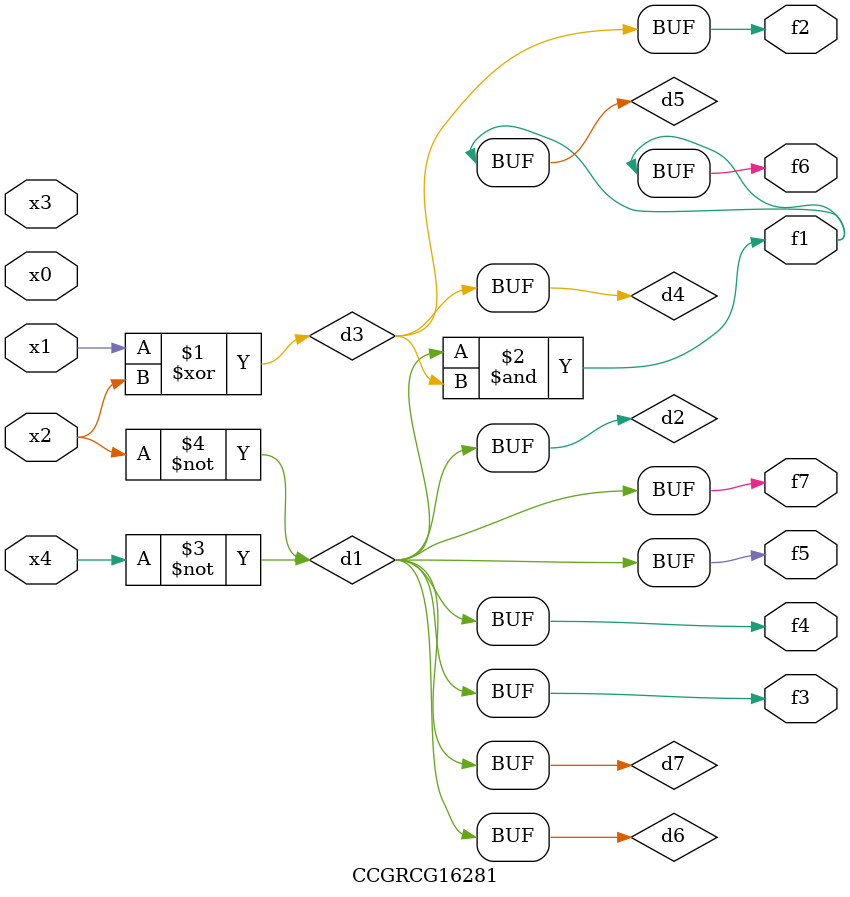
<source format=v>
module CCGRCG16281(
	input x0, x1, x2, x3, x4,
	output f1, f2, f3, f4, f5, f6, f7
);

	wire d1, d2, d3, d4, d5, d6, d7;

	not (d1, x4);
	not (d2, x2);
	xor (d3, x1, x2);
	buf (d4, d3);
	and (d5, d1, d3);
	buf (d6, d1, d2);
	buf (d7, d2);
	assign f1 = d5;
	assign f2 = d4;
	assign f3 = d7;
	assign f4 = d7;
	assign f5 = d7;
	assign f6 = d5;
	assign f7 = d7;
endmodule

</source>
